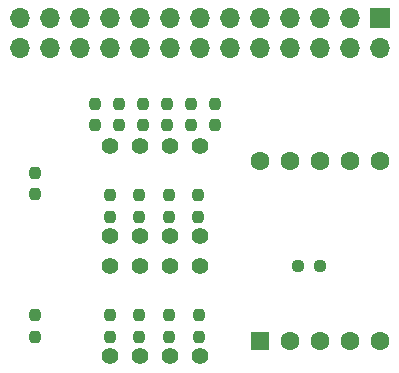
<source format=gbr>
%TF.GenerationSoftware,KiCad,Pcbnew,8.0.2-8.0.2-0~ubuntu24.04.1*%
%TF.CreationDate,2024-05-05T00:33:56+09:00*%
%TF.ProjectId,development_hat,64657665-6c6f-4706-9d65-6e745f686174,rev?*%
%TF.SameCoordinates,Original*%
%TF.FileFunction,Soldermask,Bot*%
%TF.FilePolarity,Negative*%
%FSLAX46Y46*%
G04 Gerber Fmt 4.6, Leading zero omitted, Abs format (unit mm)*
G04 Created by KiCad (PCBNEW 8.0.2-8.0.2-0~ubuntu24.04.1) date 2024-05-05 00:33:56*
%MOMM*%
%LPD*%
G01*
G04 APERTURE LIST*
G04 Aperture macros list*
%AMRoundRect*
0 Rectangle with rounded corners*
0 $1 Rounding radius*
0 $2 $3 $4 $5 $6 $7 $8 $9 X,Y pos of 4 corners*
0 Add a 4 corners polygon primitive as box body*
4,1,4,$2,$3,$4,$5,$6,$7,$8,$9,$2,$3,0*
0 Add four circle primitives for the rounded corners*
1,1,$1+$1,$2,$3*
1,1,$1+$1,$4,$5*
1,1,$1+$1,$6,$7*
1,1,$1+$1,$8,$9*
0 Add four rect primitives between the rounded corners*
20,1,$1+$1,$2,$3,$4,$5,0*
20,1,$1+$1,$4,$5,$6,$7,0*
20,1,$1+$1,$6,$7,$8,$9,0*
20,1,$1+$1,$8,$9,$2,$3,0*%
G04 Aperture macros list end*
%ADD10C,1.400000*%
%ADD11C,1.600000*%
%ADD12R,1.600000X1.600000*%
%ADD13RoundRect,0.237500X-0.237500X0.250000X-0.237500X-0.250000X0.237500X-0.250000X0.237500X0.250000X0*%
%ADD14RoundRect,0.237500X0.250000X0.237500X-0.250000X0.237500X-0.250000X-0.237500X0.250000X-0.237500X0*%
%ADD15RoundRect,0.237500X0.237500X-0.250000X0.237500X0.250000X-0.237500X0.250000X-0.237500X-0.250000X0*%
%ADD16R,1.700000X1.700000*%
%ADD17O,1.700000X1.700000*%
G04 APERTURE END LIST*
D10*
%TO.C,SW1*%
X45720000Y-104775000D03*
X48260000Y-104775000D03*
X50800000Y-104775000D03*
X53340000Y-104775000D03*
X53340000Y-97155000D03*
X50800000Y-97155000D03*
X48260000Y-97155000D03*
X45720000Y-97155000D03*
%TD*%
%TO.C,SW2*%
X45720000Y-114935000D03*
X48260000Y-114935000D03*
X50800000Y-114935000D03*
X53340000Y-114935000D03*
X53340000Y-107315000D03*
X50800000Y-107315000D03*
X48260000Y-107315000D03*
X45720000Y-107315000D03*
%TD*%
D11*
%TO.C,U1*%
X58420000Y-98425000D03*
X60960000Y-98425000D03*
X63500000Y-98425000D03*
X66040000Y-98425000D03*
X68580000Y-98425000D03*
X68580000Y-113665000D03*
X66040000Y-113665000D03*
X63500000Y-113665000D03*
X60960000Y-113665000D03*
D12*
X58420000Y-113665000D03*
%TD*%
D13*
%TO.C,R9*%
X46506000Y-93575500D03*
X46506000Y-95400500D03*
%TD*%
%TO.C,R10*%
X44480000Y-93575500D03*
X44480000Y-95400500D03*
%TD*%
%TO.C,R4*%
X53250000Y-101322500D03*
X53250000Y-103147500D03*
%TD*%
D14*
%TO.C,R15*%
X63500000Y-107315000D03*
X61675000Y-107315000D03*
%TD*%
D13*
%TO.C,R13*%
X50770000Y-111482500D03*
X50770000Y-113307500D03*
%TD*%
%TO.C,R6*%
X52584000Y-93575500D03*
X52584000Y-95400500D03*
%TD*%
%TO.C,R11*%
X45720000Y-111482500D03*
X45720000Y-113307500D03*
%TD*%
%TO.C,R17*%
X39370000Y-111482500D03*
X39370000Y-113307500D03*
%TD*%
%TO.C,R5*%
X54610000Y-93575500D03*
X54610000Y-95400500D03*
%TD*%
%TO.C,R3*%
X50740000Y-101322500D03*
X50740000Y-103147500D03*
%TD*%
D15*
%TO.C,R16*%
X39370000Y-101242500D03*
X39370000Y-99417500D03*
%TD*%
D13*
%TO.C,R1*%
X45720000Y-101322500D03*
X45720000Y-103147500D03*
%TD*%
%TO.C,R7*%
X50558000Y-93575500D03*
X50558000Y-95400500D03*
%TD*%
%TO.C,R12*%
X48230000Y-111482500D03*
X48230000Y-113307500D03*
%TD*%
%TO.C,R2*%
X48230000Y-101322500D03*
X48230000Y-103147500D03*
%TD*%
%TO.C,R8*%
X48532000Y-93575500D03*
X48532000Y-95400500D03*
%TD*%
%TO.C,R14*%
X53280000Y-111482500D03*
X53280000Y-113307500D03*
%TD*%
D16*
%TO.C,J1*%
X68580000Y-86360000D03*
D17*
X68580000Y-88900000D03*
X66040000Y-86360000D03*
X66040000Y-88900000D03*
X63500000Y-86360000D03*
X63500000Y-88900000D03*
X60960000Y-86360000D03*
X60960000Y-88900000D03*
X58420000Y-86360000D03*
X58420000Y-88900000D03*
X55880000Y-86360000D03*
X55880000Y-88900000D03*
X53340000Y-86360000D03*
X53340000Y-88900000D03*
X50800000Y-86360000D03*
X50800000Y-88900000D03*
X48260000Y-86360000D03*
X48260000Y-88900000D03*
X45720000Y-86360000D03*
X45720000Y-88900000D03*
X43180000Y-86360000D03*
X43180000Y-88900000D03*
X40640000Y-86360000D03*
X40640000Y-88900000D03*
X38100000Y-86360000D03*
X38100000Y-88900000D03*
%TD*%
M02*

</source>
